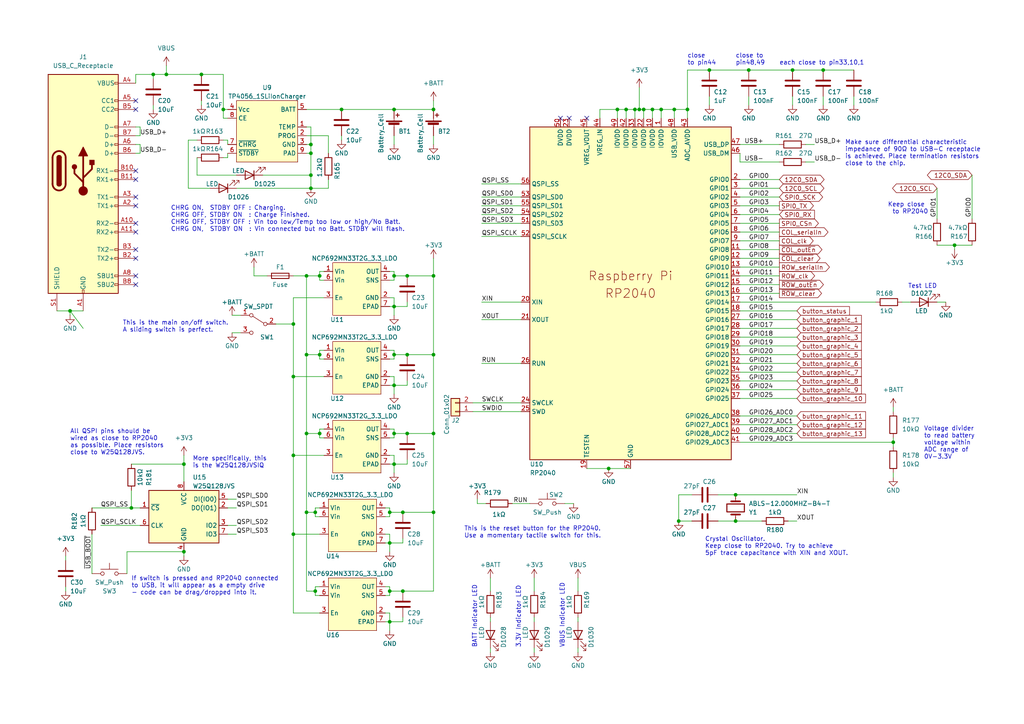
<source format=kicad_sch>
(kicad_sch (version 20211123) (generator eeschema)
  (paper "A4")
  (title_block (title "fancyGradCap_rev2") (date "2022-01-25") (rev "1") (company "Mihir Savadi") (comment 1 "Controls and Power circuitry"))
  (lib_symbols
    (symbol "Connector:USB_C_Receptacle" (pin_names (offset 1.016))
      (property "Reference" "J" (at -10.16 29.21 0))
      (property "Value" "USB_C_Receptacle" (at 10.16 29.21 0))
      (symbol "USB_C_Receptacle_1_1"
        (pin passive line (at 0 -40.64 90) (length 5.08) (name "GND") (number "A1"))
        (pin bidirectional line (at 15.24 -15.24 180) (length 5.08) (name "RX2-") (number "A10"))
        (pin bidirectional line (at 15.24 -17.78 180) (length 5.08) (name "RX2+") (number "A11"))
        (pin passive line (at 0 -40.64 90) (length 5.08) hide (name "GND") (number "A12"))
        (pin bidirectional line (at 15.24 -10.16 180) (length 5.08) (name "TX1+") (number "A2"))
        (pin bidirectional line (at 15.24 -7.62 180) (length 5.08) (name "TX1-") (number "A3"))
        (pin passive line (at 15.24 25.4 180) (length 5.08) (name "VBUS") (number "A4"))
        (pin bidirectional line (at 15.24 20.32 180) (length 5.08) (name "CC1") (number "A5"))
        (pin bidirectional line (at 15.24 7.62 180) (length 5.08) (name "D+") (number "A6"))
        (pin bidirectional line (at 15.24 12.7 180) (length 5.08) (name "D-") (number "A7"))
        (pin bidirectional line (at 15.24 -30.48 180) (length 5.08) (name "SBU1") (number "A8"))
        (pin passive line (at 15.24 25.4 180) (length 5.08) hide (name "VBUS") (number "A9"))
        (pin passive line (at 0 -40.64 90) (length 5.08) hide (name "GND") (number "B1"))
        (pin bidirectional line (at 15.24 0 180) (length 5.08) (name "RX1-") (number "B10"))
        (pin bidirectional line (at 15.24 -2.54 180) (length 5.08) (name "RX1+") (number "B11"))
        (pin passive line (at 0 -40.64 90) (length 5.08) hide (name "GND") (number "B12"))
        (pin bidirectional line (at 15.24 -25.4 180) (length 5.08) (name "TX2+") (number "B2"))
        (pin bidirectional line (at 15.24 -22.86 180) (length 5.08) (name "TX2-") (number "B3"))
        (pin passive line (at 15.24 25.4 180) (length 5.08) hide (name "VBUS") (number "B4"))
        (pin bidirectional line (at 15.24 17.78 180) (length 5.08) (name "CC2") (number "B5"))
        (pin bidirectional line (at 15.24 5.08 180) (length 5.08) (name "D+") (number "B6"))
        (pin bidirectional line (at 15.24 10.16 180) (length 5.08) (name "D-") (number "B7"))
        (pin bidirectional line (at 15.24 -33.02 180) (length 5.08) (name "SBU2") (number "B8"))
        (pin passive line (at 15.24 25.4 180) (length 5.08) hide (name "VBUS") (number "B9"))
        (pin passive line (at -7.62 -40.64 90) (length 5.08) (name "SHIELD") (number "S1"))
      )
    )
    (symbol "Connector_Generic:Conn_01x02" (pin_names (offset 1.016) hide)
      (property "Reference" "J" (at 0 2.54 0))
      (property "Value" "Conn_01x02" (at 0 -5.08 0))
      (symbol "Conn_01x02_1_1"
        (pin passive line (at -5.08 0 0) (length 3.81) (name "Pin_1") (number "1"))
        (pin passive line (at -5.08 -2.54 0) (length 3.81) (name "Pin_2") (number "2"))
      )
    )
    (symbol "Device:Battery_Cell" (pin_numbers hide) (pin_names (offset 0) hide)
      (property "Reference" "BT" (at 2.54 2.54 0))
      (property "Value" "Battery_Cell" (at 2.54 0 0))
      (symbol "Battery_Cell_1_1"
        (pin passive line (at 0 5.08 270) (length 2.54) (name "+") (number "1"))
        (pin passive line (at 0 -2.54 90) (length 2.54) (name "-") (number "2"))
      )
    )
    (symbol "Device:C" (pin_numbers hide) (pin_names (offset 0.254))
      (property "Reference" "C" (at 0.635 2.54 0))
      (property "Value" "C" (at 0.635 -2.54 0))
      (symbol "C_1_1"
        (pin passive line (at 0 3.81 270) (length 2.794) (name "~") (number "1"))
        (pin passive line (at 0 -3.81 90) (length 2.794) (name "~") (number "2"))
      )
    )
    (symbol "Device:Crystal" (pin_numbers hide) (pin_names (offset 1.016) hide)
      (property "Reference" "Y" (at 0 3.81 0))
      (property "Value" "Crystal" (at 0 -3.81 0))
      (symbol "Crystal_1_1"
        (pin passive line (at -3.81 0 0) (length 1.27) (name "1") (number "1"))
        (pin passive line (at 3.81 0 180) (length 1.27) (name "2") (number "2"))
      )
    )
    (symbol "Device:Fuse" (pin_numbers hide) (pin_names (offset 0))
      (property "Reference" "F" (at 2.032 0 90))
      (property "Value" "Fuse" (at -1.905 0 90))
      (symbol "Fuse_1_1"
        (pin passive line (at 0 3.81 270) (length 1.27) (name "~") (number "1"))
        (pin passive line (at 0 -3.81 90) (length 1.27) (name "~") (number "2"))
      )
    )
    (symbol "Device:LED" (pin_numbers hide) (pin_names (offset 1.016) hide)
      (property "Reference" "D" (at 0 2.54 0))
      (property "Value" "LED" (at 0 -2.54 0))
      (symbol "LED_1_1"
        (pin passive line (at -3.81 0 0) (length 2.54) (name "K") (number "1"))
        (pin passive line (at 3.81 0 180) (length 2.54) (name "A") (number "2"))
      )
    )
    (symbol "Device:R" (pin_numbers hide) (pin_names (offset 0))
      (property "Reference" "R" (at 2.032 0 90))
      (property "Value" "R" (at 0 0 90))
      (symbol "R_1_1"
        (pin passive line (at 0 3.81 270) (length 1.27) (name "~") (number "1"))
        (pin passive line (at 0 -3.81 90) (length 1.27) (name "~") (number "2"))
      )
    )
    (symbol "MCU_Rapsberry_Pi:RP2040"
      (property "Reference" "U" (at -29.21 49.53 0))
      (property "Value" "RP2040" (at 25.4 -49.53 0))
      (symbol "RP2040_0_0"
        (text "Raspberry Pi" (at 0 5.08 0) (effects (font (size 2.54 2.54))))
        (text "RP2040" (at 0 0 0) (effects (font (size 2.54 2.54))))
      )
      (symbol "RP2040_1_1"
        (pin power_in line (at 8.89 50.8 270) (length 2.54) (name "IOVDD") (number "1"))
        (pin power_in line (at 6.35 50.8 270) (length 2.54) (name "IOVDD") (number "10"))
        (pin bidirectional line (at 31.75 12.7 180) (length 2.54) (name "GPIO8") (number "11"))
        (pin bidirectional line (at 31.75 10.16 180) (length 2.54) (name "GPIO9") (number "12"))
        (pin bidirectional line (at 31.75 7.62 180) (length 2.54) (name "GPIO10") (number "13"))
        (pin bidirectional line (at 31.75 5.08 180) (length 2.54) (name "GPIO11") (number "14"))
        (pin bidirectional line (at 31.75 2.54 180) (length 2.54) (name "GPIO12") (number "15"))
        (pin bidirectional line (at 31.75 0 180) (length 2.54) (name "GPIO13") (number "16"))
        (pin bidirectional line (at 31.75 -2.54 180) (length 2.54) (name "GPIO14") (number "17"))
        (pin bidirectional line (at 31.75 -5.08 180) (length 2.54) (name "GPIO15") (number "18"))
        (pin passive line (at -12.7 -50.8 90) (length 2.54) (name "TESTEN") (number "19"))
        (pin bidirectional line (at 31.75 33.02 180) (length 2.54) (name "GPIO0") (number "2"))
        (pin input line (at -31.75 -2.54 0) (length 2.54) (name "XIN") (number "20"))
        (pin passive line (at -31.75 -7.62 0) (length 2.54) (name "XOUT") (number "21"))
        (pin power_in line (at 3.81 50.8 270) (length 2.54) (name "IOVDD") (number "22"))
        (pin power_in line (at -17.78 50.8 270) (length 2.54) (name "DVDD") (number "23"))
        (pin output line (at -31.75 -31.75 0) (length 2.54) (name "SWCLK") (number "24"))
        (pin bidirectional line (at -31.75 -34.29 0) (length 2.54) (name "SWD") (number "25"))
        (pin input line (at -31.75 -20.32 0) (length 2.54) (name "RUN") (number "26"))
        (pin bidirectional line (at 31.75 -7.62 180) (length 2.54) (name "GPIO16") (number "27"))
        (pin bidirectional line (at 31.75 -10.16 180) (length 2.54) (name "GPIO17") (number "28"))
        (pin bidirectional line (at 31.75 -12.7 180) (length 2.54) (name "GPIO18") (number "29"))
        (pin bidirectional line (at 31.75 30.48 180) (length 2.54) (name "GPIO1") (number "3"))
        (pin bidirectional line (at 31.75 -15.24 180) (length 2.54) (name "GPIO19") (number "30"))
        (pin bidirectional line (at 31.75 -17.78 180) (length 2.54) (name "GPIO20") (number "31"))
        (pin bidirectional line (at 31.75 -20.32 180) (length 2.54) (name "GPIO21") (number "32"))
        (pin power_in line (at 1.27 50.8 270) (length 2.54) (name "IOVDD") (number "33"))
        (pin bidirectional line (at 31.75 -22.86 180) (length 2.54) (name "GPIO22") (number "34"))
        (pin bidirectional line (at 31.75 -25.4 180) (length 2.54) (name "GPIO23") (number "35"))
        (pin bidirectional line (at 31.75 -27.94 180) (length 2.54) (name "GPIO24") (number "36"))
        (pin bidirectional line (at 31.75 -30.48 180) (length 2.54) (name "GPIO25") (number "37"))
        (pin bidirectional line (at 31.75 -35.56 180) (length 2.54) (name "GPIO26_ADC0") (number "38"))
        (pin bidirectional line (at 31.75 -38.1 180) (length 2.54) (name "GPIO27_ADC1") (number "39"))
        (pin bidirectional line (at 31.75 27.94 180) (length 2.54) (name "GPIO2") (number "4"))
        (pin bidirectional line (at 31.75 -40.64 180) (length 2.54) (name "GPIO28_ADC2") (number "40"))
        (pin bidirectional line (at 31.75 -43.18 180) (length 2.54) (name "GPIO29_ADC3") (number "41"))
        (pin power_in line (at -1.27 50.8 270) (length 2.54) (name "IOVDD") (number "42"))
        (pin power_in line (at 16.51 50.8 270) (length 2.54) (name "ADC_AVDD") (number "43"))
        (pin power_in line (at -8.89 50.8 270) (length 2.54) (name "VREG_IN") (number "44"))
        (pin power_out line (at -12.7 50.8 270) (length 2.54) (name "VREG_VOUT") (number "45"))
        (pin bidirectional line (at 31.75 40.64 180) (length 2.54) (name "USB_DM") (number "46"))
        (pin bidirectional line (at 31.75 43.18 180) (length 2.54) (name "USB_DP") (number "47"))
        (pin power_in line (at 12.7 50.8 270) (length 2.54) (name "USB_VDD") (number "48"))
        (pin power_in line (at -3.81 50.8 270) (length 2.54) (name "IOVDD") (number "49"))
        (pin bidirectional line (at 31.75 25.4 180) (length 2.54) (name "GPIO3") (number "5"))
        (pin power_in line (at -20.32 50.8 270) (length 2.54) (name "DVDD") (number "50"))
        (pin bidirectional line (at -31.75 20.32 0) (length 2.54) (name "QSPI_SD3") (number "51"))
        (pin output line (at -31.75 16.51 0) (length 2.54) (name "QSPI_SCLK") (number "52"))
        (pin bidirectional line (at -31.75 27.94 0) (length 2.54) (name "QSPI_SD0") (number "53"))
        (pin bidirectional line (at -31.75 22.86 0) (length 2.54) (name "QSPI_SD2") (number "54"))
        (pin bidirectional line (at -31.75 25.4 0) (length 2.54) (name "QSPI_SD1") (number "55"))
        (pin bidirectional line (at -31.75 31.75 0) (length 2.54) (name "QSPI_SS") (number "56"))
        (pin power_in line (at 0 -50.8 90) (length 2.54) (name "GND") (number "57"))
        (pin bidirectional line (at 31.75 22.86 180) (length 2.54) (name "GPIO4") (number "6"))
        (pin bidirectional line (at 31.75 20.32 180) (length 2.54) (name "GPIO5") (number "7"))
        (pin bidirectional line (at 31.75 17.78 180) (length 2.54) (name "GPIO6") (number "8"))
        (pin bidirectional line (at 31.75 15.24 180) (length 2.54) (name "GPIO7") (number "9"))
      )
    )
    (symbol "Memory_Flash:W25Q128JVS"
      (property "Reference" "U" (at -8.89 8.89 0))
      (property "Value" "W25Q128JVS" (at 7.62 8.89 0))
      (symbol "W25Q128JVS_1_1"
        (pin input line (at -12.7 2.54 0) (length 2.54) (name "~{CS}") (number "1"))
        (pin bidirectional line (at 12.7 2.54 180) (length 2.54) (name "DO(IO1)") (number "2"))
        (pin bidirectional line (at 12.7 -2.54 180) (length 2.54) (name "IO2") (number "3"))
        (pin power_in line (at 0 -10.16 90) (length 2.54) (name "GND") (number "4"))
        (pin bidirectional line (at 12.7 5.08 180) (length 2.54) (name "DI(IO0)") (number "5"))
        (pin input line (at -12.7 -2.54 0) (length 2.54) (name "CLK") (number "6"))
        (pin bidirectional line (at 12.7 -5.08 180) (length 2.54) (name "IO3") (number "7"))
        (pin power_in line (at 0 10.16 270) (length 2.54) (name "VCC") (number "8"))
      )
    )
    (symbol "Switch:SW_Push" (pin_numbers hide) (pin_names (offset 1.016) hide)
      (property "Reference" "SW" (at 1.27 2.54 0))
      (property "Value" "SW_Push" (at 0 -1.524 0))
      (symbol "SW_Push_0_1"
        (pin passive line (at -5.08 0 0) (length 2.54) (name "1") (number "1"))
        (pin passive line (at 5.08 0 180) (length 2.54) (name "2") (number "2"))
      )
    )
    (symbol "Switch:SW_SPDT" (pin_names (offset 0) hide)
      (property "Reference" "SW" (at 0 4.318 0))
      (property "Value" "SW_SPDT" (at 0 -5.08 0))
      (symbol "SW_SPDT_1_1"
        (pin passive line (at 5.08 2.54 180) (length 2.54) (name "A") (number "1"))
        (pin passive line (at -5.08 0 0) (length 2.54) (name "B") (number "2"))
        (pin passive line (at 5.08 -2.54 180) (length 2.54) (name "C") (number "3"))
      )
    )
    (symbol "power:+3.3V" (power) (pin_names (offset 0))
      (property "Value" "+3.3V" (at 0 3.556 0))
      (symbol "+3.3V_1_1"
        (pin power_in line (at 0 0 90) (length 0) hide (name "+3V3") (number "1"))
      )
    )
    (symbol "power:+BATT" (power) (pin_names (offset 0))
      (property "Value" "+BATT" (at 0 3.556 0))
      (symbol "+BATT_1_1"
        (pin power_in line (at 0 0 90) (length 0) hide (name "+BATT") (number "1"))
      )
    )
    (symbol "power:GND" (power) (pin_names (offset 0))
      (property "Value" "GND" (at 0 -3.81 0))
      (symbol "GND_1_1"
        (pin power_in line (at 0 0 270) (length 0) hide (name "GND") (number "1"))
      )
    )
    (symbol "power:VBUS" (power) (pin_names (offset 0))
      (property "Value" "VBUS" (at 0 3.81 0))
      (symbol "VBUS_1_1"
        (pin power_in line (at 0 0 90) (length 0) hide (name "VBUS") (number "1"))
      )
    )
    (symbol "variousIC:NCP692MN33T2G_3.3_LDO"
      (property "Reference" "U" (at -7.62 -2.54 0))
      (property "Value" "NCP692MN33T2G_3.3_LDO" (at -2.54 15.24 0))
      (symbol "NCP692MN33T2G_3.3_LDO_1_1"
        (pin power_in line (at -11.43 11.43 0) (length 2.54) (name "Vin") (number "1"))
        (pin output line (at 7.62 3.81 180) (length 2.54) (name "GND") (number "2"))
        (pin input line (at -11.43 3.81 0) (length 2.54) (name "En") (number "3"))
        (pin power_out line (at 7.62 11.43 180) (length 2.54) (name "OUT") (number "4"))
        (pin input line (at 7.62 8.89 180) (length 2.54) (name "SNS") (number "5"))
        (pin power_in line (at -11.43 8.89 0) (length 2.54) (name "Vin") (number "6"))
        (pin output line (at 7.62 1.27 180) (length 2.54) (name "EPAD") (number "7"))
      )
    )
    (symbol "variousIC:TP4056_1SLiIonCharger"
      (property "Reference" "U" (at 0 1.27 0))
      (property "Value" "TP4056_1SLiIonCharger" (at 7.62 21.59 0))
      (symbol "TP4056_1SLiIonCharger_1_1"
        (pin input line (at 19.05 12.7 180) (length 2.54) (name "TEMP") (number "1"))
        (pin bidirectional line (at 19.05 10.16 180) (length 2.54) (name "PROG") (number "2"))
        (pin power_out line (at 19.05 7.62 180) (length 2.54) (name "GND") (number "3"))
        (pin power_in line (at -3.81 17.78 0) (length 2.54) (name "Vcc") (number "4"))
        (pin power_out line (at 19.05 17.78 180) (length 2.54) (name "BATT") (number "5"))
        (pin output line (at -3.81 5.08 0) (length 2.54) (name "~{STDBY}") (number "6"))
        (pin output line (at -3.81 7.62 0) (length 2.54) (name "~{CHRG}") (number "7"))
        (pin input line (at -3.81 15.24 0) (length 2.54) (name "CE") (number "8"))
        (pin power_out line (at 19.05 5.08 180) (length 2.54) (name "PAD") (number "9"))
      )
    )
  )
  (junction (at 205.74 20.32))
  (junction (at 88.9 148.59))
  (junction (at 90.17 54.61))
  (junction (at 116.84 171.45))
  (junction (at 118.11 80.01))
  (junction (at 185.42 31.75))
  (junction (at 125.73 31.75))
  (junction (at 38.1 147.32))
  (junction (at 92.71 102.87))
  (junction (at 199.39 31.75))
  (junction (at 64.77 31.75))
  (junction (at 217.17 20.32))
  (junction (at 114.3 88.9))
  (junction (at 113.03 148.59))
  (junction (at 20.32 90.17))
  (junction (at 85.09 132.08))
  (junction (at 85.09 93.98))
  (junction (at 113.03 157.48))
  (junction (at 116.84 148.59))
  (junction (at 259.08 128.27))
  (junction (at 186.69 31.75))
  (junction (at 58.42 21.59))
  (junction (at 229.87 20.32))
  (junction (at 114.3 111.76))
  (junction (at 91.44 148.59))
  (junction (at 125.73 125.73))
  (junction (at 184.15 31.75))
  (junction (at 125.73 148.59))
  (junction (at 118.11 102.87))
  (junction (at 85.09 154.94))
  (junction (at 114.3 134.62))
  (junction (at 195.58 31.75))
  (junction (at 189.23 31.75))
  (junction (at 91.44 171.45))
  (junction (at 191.77 31.75))
  (junction (at 125.73 80.01))
  (junction (at 114.3 125.73))
  (junction (at 92.71 125.73))
  (junction (at 114.3 80.01))
  (junction (at 113.03 180.34))
  (junction (at 53.34 134.62))
  (junction (at 48.26 21.59))
  (junction (at 92.71 80.01))
  (junction (at 88.9 80.01))
  (junction (at 196.85 151.13))
  (junction (at 88.9 125.73))
  (junction (at 125.73 102.87))
  (junction (at 44.45 21.59))
  (junction (at 90.17 44.45))
  (junction (at 118.11 125.73))
  (junction (at 238.76 20.32))
  (junction (at 88.9 102.87))
  (junction (at 113.03 171.45))
  (junction (at 114.3 31.75))
  (junction (at 90.17 41.91))
  (junction (at 176.53 135.89))
  (junction (at 90.17 50.8))
  (junction (at 213.36 151.13))
  (junction (at 85.09 109.22))
  (junction (at 181.61 31.75))
  (junction (at 179.07 31.75))
  (junction (at 53.34 160.02))
  (junction (at 276.86 71.12))
  (junction (at 99.06 31.75))
  (junction (at 114.3 102.87))
  (junction (at 213.36 143.51))
  (no_connect (at 162.56 34.29))
  (no_connect (at 170.18 34.29))
  (no_connect (at 165.1 34.29))
  (no_connect (at 39.37 59.69))
  (no_connect (at 39.37 64.77))
  (no_connect (at 39.37 82.55))
  (no_connect (at 39.37 67.31))
  (no_connect (at 39.37 72.39))
  (no_connect (at 39.37 74.93))
  (no_connect (at 39.37 80.01))
  (no_connect (at 39.37 29.21))
  (no_connect (at 39.37 31.75))
  (no_connect (at 39.37 49.53))
  (no_connect (at 39.37 52.07))
  (no_connect (at 39.37 57.15))
  (wire (pts (xy 214.63 125.73) (xy 231.14 125.73)))
  (wire (pts (xy 66.04 154.94) (xy 68.58 154.94)))
  (wire (pts (xy 64.77 40.64) (xy 66.04 40.64)))
  (wire (pts (xy 113.03 157.48) (xy 116.84 157.48)))
  (wire (pts (xy 214.63 85.09) (xy 226.06 85.09)))
  (wire (pts (xy 214.63 77.47) (xy 226.06 77.47)))
  (wire (pts (xy 118.11 80.01) (xy 125.73 80.01)))
  (wire (pts (xy 139.7 57.15) (xy 151.13 57.15)))
  (wire (pts (xy 142.24 187.96) (xy 142.24 189.23)))
  (wire (pts (xy 93.98 78.74) (xy 92.71 78.74)))
  (wire (pts (xy 93.98 101.6) (xy 92.71 101.6)))
  (wire (pts (xy 85.09 80.01) (xy 88.9 80.01)))
  (wire (pts (xy 113.03 157.48) (xy 113.03 160.02)))
  (wire (pts (xy 184.15 31.75) (xy 185.42 31.75)))
  (wire (pts (xy 214.63 80.01) (xy 226.06 80.01)))
  (wire (pts (xy 88.9 80.01) (xy 88.9 102.87)))
  (wire (pts (xy 114.3 102.87) (xy 114.3 101.6)))
  (wire (pts (xy 199.39 31.75) (xy 199.39 34.29)))
  (wire (pts (xy 114.3 102.87) (xy 118.11 102.87)))
  (wire (pts (xy 214.63 100.33) (xy 231.14 100.33)))
  (wire (pts (xy 125.73 80.01) (xy 125.73 74.93)))
  (wire (pts (xy 66.04 147.32) (xy 68.58 147.32)))
  (wire (pts (xy 111.76 180.34) (xy 113.03 180.34)))
  (wire (pts (xy 271.78 63.5) (xy 271.78 54.61)))
  (wire (pts (xy 88.9 125.73) (xy 88.9 148.59)))
  (wire (pts (xy 66.04 144.78) (xy 68.58 144.78)))
  (wire (pts (xy 238.76 20.32) (xy 247.65 20.32)))
  (wire (pts (xy 208.28 151.13) (xy 213.36 151.13)))
  (wire (pts (xy 138.43 146.05) (xy 138.43 144.78)))
  (wire (pts (xy 53.34 134.62) (xy 53.34 139.7)))
  (wire (pts (xy 64.77 31.75) (xy 66.04 31.75)))
  (wire (pts (xy 214.63 128.27) (xy 259.08 128.27)))
  (wire (pts (xy 186.69 31.75) (xy 186.69 34.29)))
  (wire (pts (xy 85.09 109.22) (xy 85.09 132.08)))
  (wire (pts (xy 39.37 21.59) (xy 44.45 21.59)))
  (wire (pts (xy 214.63 102.87) (xy 231.14 102.87)))
  (wire (pts (xy 114.3 80.01) (xy 114.3 78.74)))
  (wire (pts (xy 114.3 101.6) (xy 113.03 101.6)))
  (wire (pts (xy 95.25 39.37) (xy 95.25 44.45)))
  (wire (pts (xy 88.9 44.45) (xy 90.17 44.45)))
  (wire (pts (xy 88.9 31.75) (xy 99.06 31.75)))
  (wire (pts (xy 184.15 31.75) (xy 184.15 34.29)))
  (wire (pts (xy 111.76 177.8) (xy 113.03 177.8)))
  (wire (pts (xy 139.7 53.34) (xy 151.13 53.34)))
  (wire (pts (xy 38.1 147.32) (xy 40.64 147.32)))
  (wire (pts (xy 91.44 172.72) (xy 92.71 172.72)))
  (wire (pts (xy 113.03 132.08) (xy 114.3 132.08)))
  (wire (pts (xy 91.44 171.45) (xy 88.9 171.45)))
  (wire (pts (xy 214.63 90.17) (xy 231.14 90.17)))
  (wire (pts (xy 142.24 179.07) (xy 142.24 180.34)))
  (wire (pts (xy 153.67 146.05) (xy 148.59 146.05)))
  (wire (pts (xy 214.63 97.79) (xy 231.14 97.79)))
  (wire (pts (xy 200.66 143.51) (xy 196.85 143.51)))
  (wire (pts (xy 214.63 115.57) (xy 231.14 115.57)))
  (wire (pts (xy 114.3 104.14) (xy 114.3 102.87)))
  (wire (pts (xy 40.64 36.83) (xy 40.64 39.37)))
  (wire (pts (xy 229.87 27.94) (xy 229.87 30.48)))
  (wire (pts (xy 91.44 147.32) (xy 91.44 148.59)))
  (wire (pts (xy 40.64 41.91) (xy 40.64 44.45)))
  (wire (pts (xy 40.64 39.37) (xy 39.37 39.37)))
  (wire (pts (xy 114.3 81.28) (xy 114.3 80.01)))
  (wire (pts (xy 113.03 180.34) (xy 113.03 182.88)))
  (wire (pts (xy 176.53 135.89) (xy 182.88 135.89)))
  (wire (pts (xy 90.17 41.91) (xy 90.17 44.45)))
  (wire (pts (xy 214.63 41.91) (xy 226.06 41.91)))
  (wire (pts (xy 228.6 151.13) (xy 231.14 151.13)))
  (wire (pts (xy 214.63 92.71) (xy 231.14 92.71)))
  (wire (pts (xy 139.7 105.41) (xy 151.13 105.41)))
  (wire (pts (xy 92.71 104.14) (xy 93.98 104.14)))
  (wire (pts (xy 208.28 143.51) (xy 213.36 143.51)))
  (wire (pts (xy 217.17 20.32) (xy 229.87 20.32)))
  (wire (pts (xy 44.45 21.59) (xy 44.45 22.86)))
  (wire (pts (xy 139.7 64.77) (xy 151.13 64.77)))
  (wire (pts (xy 116.84 179.07) (xy 116.84 180.34)))
  (wire (pts (xy 114.3 134.62) (xy 114.3 132.08)))
  (wire (pts (xy 142.24 167.64) (xy 142.24 171.45)))
  (wire (pts (xy 173.99 34.29) (xy 173.99 31.75)))
  (wire (pts (xy 114.3 88.9) (xy 114.3 86.36)))
  (wire (pts (xy 125.73 148.59) (xy 125.73 125.73)))
  (wire (pts (xy 114.3 127) (xy 114.3 125.73)))
  (wire (pts (xy 113.03 134.62) (xy 114.3 134.62)))
  (wire (pts (xy 137.16 116.84) (xy 151.13 116.84)))
  (wire (pts (xy 229.87 20.32) (xy 238.76 20.32)))
  (wire (pts (xy 90.17 50.8) (xy 90.17 54.61)))
  (wire (pts (xy 92.71 78.74) (xy 92.71 80.01)))
  (wire (pts (xy 113.03 127) (xy 114.3 127)))
  (wire (pts (xy 113.03 180.34) (xy 113.03 177.8)))
  (wire (pts (xy 163.83 146.05) (xy 166.37 146.05)))
  (wire (pts (xy 91.44 171.45) (xy 91.44 172.72)))
  (wire (pts (xy 118.11 87.63) (xy 118.11 88.9)))
  (wire (pts (xy 114.3 111.76) (xy 114.3 114.3)))
  (wire (pts (xy 90.17 54.61) (xy 95.25 54.61)))
  (wire (pts (xy 48.26 19.05) (xy 48.26 21.59)))
  (wire (pts (xy 214.63 87.63) (xy 254 87.63)))
  (wire (pts (xy 88.9 41.91) (xy 90.17 41.91)))
  (wire (pts (xy 92.71 80.01) (xy 88.9 80.01)))
  (wire (pts (xy 213.36 143.51) (xy 231.14 143.51)))
  (wire (pts (xy 26.67 154.94) (xy 26.67 166.37)))
  (wire (pts (xy 167.64 187.96) (xy 167.64 189.23)))
  (wire (pts (xy 276.86 71.12) (xy 271.78 71.12)))
  (wire (pts (xy 139.7 87.63) (xy 151.13 87.63)))
  (wire (pts (xy 92.71 102.87) (xy 92.71 104.14)))
  (wire (pts (xy 259.08 137.16) (xy 259.08 138.43)))
  (wire (pts (xy 111.76 149.86) (xy 113.03 149.86)))
  (wire (pts (xy 69.85 96.52) (xy 67.31 96.52)))
  (wire (pts (xy 91.44 148.59) (xy 91.44 149.86)))
  (wire (pts (xy 214.63 59.69) (xy 226.06 59.69)))
  (wire (pts (xy 213.36 151.13) (xy 220.98 151.13)))
  (wire (pts (xy 189.23 31.75) (xy 189.23 34.29)))
  (wire (pts (xy 20.32 90.17) (xy 24.13 95.25)))
  (wire (pts (xy 154.94 187.96) (xy 154.94 189.23)))
  (wire (pts (xy 91.44 149.86) (xy 92.71 149.86)))
  (wire (pts (xy 189.23 31.75) (xy 191.77 31.75)))
  (wire (pts (xy 19.05 161.29) (xy 19.05 162.56)))
  (wire (pts (xy 214.63 120.65) (xy 231.14 120.65)))
  (wire (pts (xy 44.45 30.48) (xy 44.45 31.75)))
  (wire (pts (xy 92.71 147.32) (xy 91.44 147.32)))
  (wire (pts (xy 118.11 102.87) (xy 125.73 102.87)))
  (wire (pts (xy 26.67 147.32) (xy 38.1 147.32)))
  (wire (pts (xy 214.63 52.07) (xy 226.06 52.07)))
  (wire (pts (xy 113.03 180.34) (xy 116.84 180.34)))
  (wire (pts (xy 38.1 134.62) (xy 53.34 134.62)))
  (wire (pts (xy 214.63 82.55) (xy 226.06 82.55)))
  (wire (pts (xy 214.63 54.61) (xy 226.06 54.61)))
  (wire (pts (xy 214.63 69.85) (xy 226.06 69.85)))
  (wire (pts (xy 91.44 148.59) (xy 88.9 148.59)))
  (wire (pts (xy 54.61 54.61) (xy 54.61 40.64)))
  (wire (pts (xy 113.03 148.59) (xy 116.84 148.59)))
  (wire (pts (xy 214.63 113.03) (xy 231.14 113.03)))
  (wire (pts (xy 205.74 20.32) (xy 199.39 20.32)))
  (wire (pts (xy 111.76 157.48) (xy 113.03 157.48)))
  (wire (pts (xy 19.05 170.18) (xy 19.05 171.45)))
  (wire (pts (xy 88.9 36.83) (xy 90.17 36.83)))
  (wire (pts (xy 114.3 31.75) (xy 125.73 31.75)))
  (wire (pts (xy 90.17 36.83) (xy 90.17 41.91)))
  (wire (pts (xy 66.04 152.4) (xy 68.58 152.4)))
  (wire (pts (xy 214.63 57.15) (xy 226.06 57.15)))
  (wire (pts (xy 179.07 31.75) (xy 181.61 31.75)))
  (wire (pts (xy 114.3 125.73) (xy 114.3 124.46)))
  (wire (pts (xy 77.47 80.01) (xy 73.66 80.01)))
  (wire (pts (xy 271.78 87.63) (xy 274.32 87.63)))
  (wire (pts (xy 137.16 119.38) (xy 151.13 119.38)))
  (wire (pts (xy 92.71 154.94) (xy 85.09 154.94)))
  (wire (pts (xy 125.73 29.21) (xy 125.73 31.75)))
  (wire (pts (xy 111.76 154.94) (xy 113.03 154.94)))
  (wire (pts (xy 238.76 27.94) (xy 238.76 30.48)))
  (wire (pts (xy 214.63 95.25) (xy 231.14 95.25)))
  (wire (pts (xy 113.03 147.32) (xy 111.76 147.32)))
  (wire (pts (xy 140.97 146.05) (xy 138.43 146.05)))
  (wire (pts (xy 214.63 44.45) (xy 214.63 46.99)))
  (wire (pts (xy 85.09 109.22) (xy 93.98 109.22)))
  (wire (pts (xy 88.9 39.37) (xy 95.25 39.37)))
  (wire (pts (xy 199.39 20.32) (xy 199.39 31.75)))
  (wire (pts (xy 54.61 40.64) (xy 57.15 40.64)))
  (wire (pts (xy 39.37 21.59) (xy 39.37 24.13)))
  (wire (pts (xy 113.03 148.59) (xy 113.03 147.32)))
  (wire (pts (xy 205.74 27.94) (xy 205.74 30.48)))
  (wire (pts (xy 38.1 142.24) (xy 38.1 147.32)))
  (wire (pts (xy 48.26 21.59) (xy 58.42 21.59)))
  (wire (pts (xy 205.74 20.32) (xy 217.17 20.32)))
  (wire (pts (xy 261.62 87.63) (xy 264.16 87.63)))
  (wire (pts (xy 92.71 125.73) (xy 88.9 125.73)))
  (wire (pts (xy 113.03 111.76) (xy 114.3 111.76)))
  (wire (pts (xy 99.06 31.75) (xy 114.3 31.75)))
  (wire (pts (xy 139.7 59.69) (xy 151.13 59.69)))
  (wire (pts (xy 92.71 127) (xy 93.98 127)))
  (wire (pts (xy 118.11 110.49) (xy 118.11 111.76)))
  (wire (pts (xy 88.9 102.87) (xy 88.9 125.73)))
  (wire (pts (xy 167.64 179.07) (xy 167.64 180.34)))
  (wire (pts (xy 114.3 88.9) (xy 118.11 88.9)))
  (wire (pts (xy 281.94 63.5) (xy 281.94 50.8)))
  (wire (pts (xy 40.64 44.45) (xy 39.37 44.45)))
  (wire (pts (xy 181.61 31.75) (xy 184.15 31.75)))
  (wire (pts (xy 64.77 45.72) (xy 66.04 45.72)))
  (wire (pts (xy 91.44 170.18) (xy 91.44 171.45)))
  (wire (pts (xy 99.06 39.37) (xy 99.06 40.64)))
  (wire (pts (xy 92.71 125.73) (xy 92.71 127)))
  (wire (pts (xy 85.09 154.94) (xy 85.09 132.08)))
  (wire (pts (xy 39.37 41.91) (xy 40.64 41.91)))
  (wire (pts (xy 186.69 31.75) (xy 189.23 31.75)))
  (wire (pts (xy 113.03 171.45) (xy 116.84 171.45)))
  (wire (pts (xy 114.3 111.76) (xy 118.11 111.76)))
  (wire (pts (xy 247.65 27.94) (xy 247.65 30.48)))
  (wire (pts (xy 85.09 177.8) (xy 85.09 154.94)))
  (wire (pts (xy 191.77 31.75) (xy 191.77 34.29)))
  (wire (pts (xy 53.34 160.02) (xy 53.34 161.29)))
  (wire (pts (xy 114.3 39.37) (xy 114.3 41.91)))
  (wire (pts (xy 20.32 90.17) (xy 16.51 90.17)))
  (wire (pts (xy 214.63 46.99) (xy 226.06 46.99)))
  (wire (pts (xy 29.21 152.4) (xy 40.64 152.4)))
  (wire (pts (xy 92.71 81.28) (xy 93.98 81.28)))
  (wire (pts (xy 217.17 27.94) (xy 217.17 30.48)))
  (wire (pts (xy 281.94 71.12) (xy 276.86 71.12)))
  (wire (pts (xy 85.09 93.98) (xy 85.09 109.22)))
  (wire (pts (xy 154.94 179.07) (xy 154.94 180.34)))
  (wire (pts (xy 259.08 118.11) (xy 259.08 119.38)))
  (wire (pts (xy 259.08 127) (xy 259.08 128.27)))
  (wire (pts (xy 167.64 167.64) (xy 167.64 171.45)))
  (wire (pts (xy 191.77 31.75) (xy 195.58 31.75)))
  (wire (pts (xy 88.9 148.59) (xy 88.9 171.45)))
  (wire (pts (xy 85.09 86.36) (xy 93.98 86.36)))
  (wire (pts (xy 60.96 54.61) (xy 54.61 54.61)))
  (wire (pts (xy 195.58 31.75) (xy 199.39 31.75)))
  (wire (pts (xy 214.63 123.19) (xy 231.14 123.19)))
  (wire (pts (xy 114.3 134.62) (xy 118.11 134.62)))
  (wire (pts (xy 233.68 46.99) (xy 236.22 46.99)))
  (wire (pts (xy 85.09 132.08) (xy 93.98 132.08)))
  (wire (pts (xy 259.08 128.27) (xy 259.08 129.54)))
  (wire (pts (xy 53.34 160.02) (xy 36.83 160.02)))
  (wire (pts (xy 118.11 125.73) (xy 125.73 125.73)))
  (wire (pts (xy 233.68 41.91) (xy 236.22 41.91)))
  (wire (pts (xy 114.3 125.73) (xy 118.11 125.73)))
  (wire (pts (xy 90.17 44.45) (xy 90.17 50.8)))
  (wire (pts (xy 196.85 143.51) (xy 196.85 151.13)))
  (wire (pts (xy 113.03 104.14) (xy 114.3 104.14)))
  (wire (pts (xy 20.32 90.17) (xy 20.32 91.44)))
  (wire (pts (xy 93.98 124.46) (xy 92.71 124.46)))
  (wire (pts (xy 125.73 171.45) (xy 125.73 148.59)))
  (wire (pts (xy 113.03 157.48) (xy 113.03 154.94)))
  (wire (pts (xy 58.42 29.21) (xy 58.42 30.48)))
  (wire (pts (xy 116.84 171.45) (xy 125.73 171.45)))
  (wire (pts (xy 114.3 88.9) (xy 114.3 91.44)))
  (wire (pts (xy 95.25 54.61) (xy 95.25 52.07)))
  (wire (pts (xy 113.03 171.45) (xy 113.03 170.18)))
  (wire (pts (xy 92.71 124.46) (xy 92.71 125.73)))
  (wire (pts (xy 64.77 34.29) (xy 64.77 31.75)))
  (wire (pts (xy 214.63 105.41) (xy 231.14 105.41)))
  (wire (pts (xy 66.04 44.45) (xy 66.04 45.72)))
  (wire (pts (xy 139.7 68.58) (xy 151.13 68.58)))
  (wire (pts (xy 92.71 177.8) (xy 85.09 177.8)))
  (wire (pts (xy 154.94 167.64) (xy 154.94 171.45)))
  (wire (pts (xy 214.63 67.31) (xy 226.06 67.31)))
  (wire (pts (xy 113.03 170.18) (xy 111.76 170.18)))
  (wire (pts (xy 114.3 111.76) (xy 114.3 109.22)))
  (wire (pts (xy 57.15 45.72) (xy 57.15 50.8)))
  (wire (pts (xy 276.86 72.39) (xy 276.86 71.12)))
  (wire (pts (xy 66.04 34.29) (xy 64.77 34.29)))
  (wire (pts (xy 88.9 102.87) (xy 92.71 102.87)))
  (wire (pts (xy 114.3 78.74) (xy 113.03 78.74)))
  (wire (pts (xy 113.03 172.72) (xy 113.03 171.45)))
  (wire (pts (xy 116.84 148.59) (xy 125.73 148.59)))
  (wire (pts (xy 139.7 92.71) (xy 151.13 92.71)))
  (wire (pts (xy 113.03 81.28) (xy 114.3 81.28)))
  (wire (pts (xy 125.73 39.37) (xy 125.73 41.91)))
  (wire (pts (xy 113.03 86.36) (xy 114.3 86.36)))
  (wire (pts (xy 92.71 170.18) (xy 91.44 170.18)))
  (wire (pts (xy 114.3 80.01) (xy 118.11 80.01)))
  (wire (pts (xy 64.77 21.59) (xy 64.77 31.75)))
  (wire (pts (xy 76.2 50.8) (xy 90.17 50.8)))
  (wire (pts (xy 118.11 133.35) (xy 118.11 134.62)))
  (wire (pts (xy 214.63 74.93) (xy 226.06 74.93)))
  (wire (pts (xy 36.83 160.02) (xy 36.83 166.37)))
  (wire (pts (xy 20.32 90.17) (xy 24.13 90.17)))
  (wire (pts (xy 113.03 88.9) (xy 114.3 88.9)))
  (wire (pts (xy 114.3 134.62) (xy 114.3 137.16)))
  (wire (pts (xy 214.63 107.95) (xy 231.14 107.95)))
  (wire (pts (xy 170.18 135.89) (xy 176.53 135.89)))
  (wire (pts (xy 173.99 31.75) (xy 179.07 31.75)))
  (wire (pts (xy 92.71 80.01) (xy 92.71 81.28)))
  (wire (pts (xy 66.04 40.64) (xy 66.04 41.91)))
  (wire (pts (xy 111.76 172.72) (xy 113.03 172.72)))
  (wire (pts (xy 214.63 64.77) (xy 226.06 64.77)))
  (wire (pts (xy 92.71 101.6) (xy 92.71 102.87)))
  (wire (pts (xy 73.66 80.01) (xy 73.66 77.47)))
  (wire (pts (xy 67.31 91.44) (xy 69.85 91.44)))
  (wire (pts (xy 214.63 72.39) (xy 226.06 72.39)))
  (wire (pts (xy 125.73 125.73) (xy 125.73 102.87)))
  (wire (pts (xy 44.45 21.59) (xy 48.26 21.59)))
  (wire (pts (xy 139.7 62.23) (xy 151.13 62.23)))
  (wire (pts (xy 39.37 36.83) (xy 40.64 36.83)))
  (wire (pts (xy 53.34 132.08) (xy 53.34 134.62)))
  (wire (pts (xy 214.63 62.23) (xy 226.06 62.23)))
  (wire (pts (xy 179.07 31.75) (xy 179.07 34.29)))
  (wire (pts (xy 58.42 21.59) (xy 64.77 21.59)))
  (wire (pts (xy 181.61 31.75) (xy 181.61 34.29)))
  (wire (pts (xy 185.42 25.4) (xy 185.42 31.75)))
  (wire (pts (xy 116.84 156.21) (xy 116.84 157.48)))
  (wire (pts (xy 68.58 54.61) (xy 90.17 54.61)))
  (wire (pts (xy 196.85 151.13) (xy 200.66 151.13)))
  (wire (pts (xy 113.03 149.86) (xy 113.03 148.59)))
  (wire (pts (xy 85.09 93.98) (xy 85.09 86.36)))
  (wire (pts (xy 57.15 50.8) (xy 68.58 50.8)))
  (wire (pts (xy 185.42 31.75) (xy 186.69 31.75)))
  (wire (pts (xy 214.63 110.49) (xy 231.14 110.49)))
  (wire (pts (xy 80.01 93.98) (xy 85.09 93.98)))
  (wire (pts (xy 125.73 102.87) (xy 125.73 80.01)))
  (wire (pts (xy 195.58 31.75) (xy 195.58 34.29)))
  (wire (pts (xy 113.03 109.22) (xy 114.3 109.22)))
  (wire (pts (xy 114.3 124.46) (xy 113.03 124.46)))
  (text "Voltage divider\nto read battery\nvoltage within\nADC range of \n0V-3.3V" (at 267.97 133.35 0) (effects (font (size 1.27 1.27)) (justify left bottom)))
  (text "Test LED" (at 271.78 83.82 180) (effects (font (size 1.27 1.27)) (justify right bottom)))
  (text "BATT Indicator LED" (at 138.43 187.96 90) (effects (font (size 1.27 1.27)) (justify left bottom)))
  (text "Crystal Oscillator.\nKeep close to RP2040. Try to achieve \n5pF trace capacitance with XIN and XOUT." (at 204.47 161.29 0) (effects (font (size 1.27 1.27)) (justify left bottom)))
  (text "Keep close \nto RP2040" (at 269.24 62.23 180) (effects (font (size 1.27 1.27)) (justify right bottom)))
  (text "close \nto pin44" (at 199.39 19.05 0) (effects (font (size 1.27 1.27)) (justify left bottom)))
  (text "Make sure differential characteristic\nimpedance of 90Ω to USB-C receptacle \nis achieved. Place termination resistors\nclose to the chip." (at 245.11 48.26 0) (effects (font (size 1.27 1.27)) (justify left bottom)))
  (text "All QSPI pins should be\nwired as close to RP2040 \nas possible. Place resistors \nclose to W25Q128JVS." (at 20.32 132.08 0) (effects (font (size 1.27 1.27)) (justify left bottom)))
  (text "This is the reset button for the RP2040.\nUse a momentary tactile switch for this." (at 134.62 156.21 0) (effects (font (size 1.27 1.27)) (justify left bottom)))
  (text "More specifically, this \nis the W25Q128JVSIQ" (at 55.88 135.89 0) (effects (font (size 1.27 1.27)) (justify left bottom)))
  (text "If switch is pressed and RP2040 connected\nto USB, it will appear as a empty drive \n- code can be drag/dropped into it." (at 38.1 172.72 0) (effects (font (size 1.27 1.27)) (justify left bottom)))
  (text "CHRG ON,  STDBY OFF : Charging.\nCHRG OFF, STDBY ON  : Charge Finished.\nCHRG OFF, STDBY OFF : Vin too low/Temp too low or high/No Batt.\nCHRG ON,  STDBY ON  : Vin connected but no Batt. STDBY will flash." (at 49.53 67.31 0) (effects (font (size 1.27 1.27)) (justify left bottom)))
  (text "3.3V Indicator LED" (at 151.13 187.96 90) (effects (font (size 1.27 1.27)) (justify left bottom)))
  (text "each close to pin33,10,1" (at 226.06 19.05 0) (effects (font (size 1.27 1.27)) (justify left bottom)))
  (text "This is the main on/off switch.\nA sliding switch is perfect." (at 35.56 96.52 0) (effects (font (size 1.27 1.27)) (justify left bottom)))
  (text "close to\npin48,49" (at 213.36 19.05 0) (effects (font (size 1.27 1.27)) (justify left bottom)))
  (text "VBUS Indicator LED" (at 163.83 187.96 90) (effects (font (size 1.27 1.27)) (justify left bottom)))
  (label "GPIO25" (at 217.17 115.57 0))
  (label "GPIO16" (at 217.17 92.71 0))
  (label "GPIO15" (at 217.17 90.17 0))
  (label "XOUT" (at 139.7 92.71 0))
  (label "QSPI_SS" (at 139.7 53.34 0))
  (label "QSPI_SS" (at 29.21 147.32 0))
  (label "GPIO13" (at 217.17 85.09 0))
  (label "GPIO1" (at 271.78 57.15 270))
  (label "GPIO5" (at 217.17 64.77 0))
  (label "QSPI_SD1" (at 139.7 59.69 0))
  (label "~{USB_BOOT}" (at 26.67 165.1 90))
  (label "GPIO26_ADC0" (at 217.17 120.65 0))
  (label "GPIO9" (at 217.17 74.93 0))
  (label "SWCLK" (at 139.7 116.84 0))
  (label "QSPI_SD3" (at 139.7 64.77 0))
  (label "USB_D+" (at 236.22 41.91 0))
  (label "QSPI_SD1" (at 68.58 147.32 0))
  (label "QSPI_SD2" (at 68.58 152.4 0))
  (label "GPIO20" (at 217.17 102.87 0))
  (label "GPIO22" (at 217.17 107.95 0))
  (label "USB_D+" (at 40.64 39.37 0))
  (label "GPIO19" (at 217.17 100.33 0))
  (label "GPIO28_ADC2" (at 217.17 125.73 0))
  (label "GPIO0" (at 217.17 52.07 0))
  (label "QSPI_SD0" (at 139.7 57.15 0))
  (label "GPIO17" (at 217.17 95.25 0))
  (label "GPIO11" (at 217.17 80.01 0))
  (label "GPIO8" (at 217.17 72.39 0))
  (label "GPIO12" (at 217.17 82.55 0))
  (label "SWDIO" (at 139.7 119.38 0))
  (label "GPIO0" (at 281.94 57.15 270))
  (label "GPIO1" (at 217.17 54.61 0))
  (label "QSPI_SCLK" (at 29.21 152.4 0))
  (label "USB-" (at 215.9 46.99 0))
  (label "QSPI_SD2" (at 139.7 62.23 0))
  (label "GPIO2" (at 217.17 57.15 0))
  (label "XIN" (at 231.14 143.51 0))
  (label "GPIO23" (at 217.17 110.49 0))
  (label "QSPI_SD0" (at 68.58 144.78 0))
  (label "GPIO4" (at 217.17 62.23 0))
  (label "GPIO10" (at 217.17 77.47 0))
  (label "QSPI_SD3" (at 68.58 154.94 0))
  (label "XIN" (at 139.7 87.63 0))
  (label "GPIO3" (at 217.17 59.69 0))
  (label "USB+" (at 215.9 41.91 0))
  (label "GPIO7" (at 217.17 69.85 0))
  (label "GPIO29_ADC3" (at 217.17 128.27 0))
  (label "RUN" (at 139.7 105.41 0))
  (label "XOUT" (at 231.14 151.13 0))
  (label "GPIO27_ADC1" (at 217.17 123.19 0))
  (label "USB_D-" (at 40.64 44.45 0))
  (label "GPIO6" (at 217.17 67.31 0))
  (label "GPIO18" (at 217.17 97.79 0))
  (label "USB_D-" (at 236.22 46.99 0))
  (label "GPIO24" (at 217.17 113.03 0))
  (label "GPIO21" (at 217.17 105.41 0))
  (label "RUN" (at 153.035 146.05 180))
  (label "GPIO14" (at 217.17 87.63 0))
  (label "QSPI_SCLK" (at 139.7 68.58 0))
  (global_label "SPI0_TX" (shape output) (at 226.06 59.69 0) (property "Intersheet References" "${INTERSHEET_REFS}" (effects hide)))
  (global_label "button_graphic_9" (shape input) (at 231.14 113.03 0) (property "Intersheet References" "${INTERSHEET_REFS}" (effects hide)))
  (global_label "12C0_SCL" (shape bidirectional) (at 226.06 54.61 0) (property "Intersheet References" "${INTERSHEET_REFS}" (effects hide)))
  (global_label "COL_clk" (shape output) (at 226.06 69.85 0) (property "Intersheet References" "${INTERSHEET_REFS}" (effects hide)))
  (global_label "button_graphic_3" (shape input) (at 231.14 97.79 0) (property "Intersheet References" "${INTERSHEET_REFS}" (effects hide)))
  (global_label "COL_serialIn" (shape output) (at 226.06 67.31 0) (property "Intersheet References" "${INTERSHEET_REFS}" (effects hide)))
  (global_label "~{COL_outEn}" (shape output) (at 226.06 72.39 0) (property "Intersheet References" "${INTERSHEET_REFS}" (effects hide)))
  (global_label "button_graphic_4" (shape input) (at 231.14 100.33 0) (property "Intersheet References" "${INTERSHEET_REFS}" (effects hide)))
  (global_label "SPI0_CSn" (shape output) (at 226.06 64.77 0) (property "Intersheet References" "${INTERSHEET_REFS}" (effects hide)))
  (global_label "~{ROW_clear}" (shape output) (at 226.06 85.09 0) (property "Intersheet References" "${INTERSHEET_REFS}" (effects hide)))
  (global_label "button_graphic_7" (shape input) (at 231.14 107.95 0) (property "Intersheet References" "${INTERSHEET_REFS}" (effects hide)))
  (global_label "12C0_SDA" (shape bidirectional) (at 281.94 50.8 180) (property "Intersheet References" "${INTERSHEET_REFS}" (effects hide)))
  (global_label "~{ROW_outEn}" (shape output) (at 226.06 82.55 0) (property "Intersheet References" "${INTERSHEET_REFS}" (effects hide)))
  (global_label "button_graphic_5" (shape input) (at 231.14 102.87 0) (property "Intersheet References" "${INTERSHEET_REFS}" (effects hide)))
  (global_label "button_graphic_13" (shape input) (at 231.14 125.73 0) (property "Intersheet References" "${INTERSHEET_REFS}" (effects hide)))
  (global_label "button_graphic_8" (shape input) (at 231.14 110.49 0) (property "Intersheet References" "${INTERSHEET_REFS}" (effects hide)))
  (global_label "SPI0_SCK" (shape bidirectional) (at 226.06 57.15 0) (property "Intersheet References" "${INTERSHEET_REFS}" (effects hide)))
  (global_label "~{COL_clear}" (shape output) (at 226.06 74.93 0) (property "Intersheet References" "${INTERSHEET_REFS}" (effects hide)))
  (global_label "button_graphic_11" (shape input) (at 231.14 120.65 0) (property "Intersheet References" "${INTERSHEET_REFS}" (effects hide)))
  (global_label "ROW_clk" (shape output) (at 226.06 80.01 0) (property "Intersheet References" "${INTERSHEET_REFS}" (effects hide)))
  (global_label "button_status" (shape input) (at 231.14 90.17 0) (property "Intersheet References" "${INTERSHEET_REFS}" (effects hide)))
  (global_label "SPI0_RX" (shape input) (at 226.06 62.23 0) (property "Intersheet References" "${INTERSHEET_REFS}" (effects hide)))
  (global_label "button_graphic_2" (shape input) (at 231.14 95.25 0) (property "Intersheet References" "${INTERSHEET_REFS}" (effects hide)))
  (global_label "button_graphic_1" (shape input) (at 231.14 92.71 0) (property "Intersheet References" "${INTERSHEET_REFS}" (effects hide)))
  (global_label "button_graphic_6" (shape input) (at 231.14 105.41 0) (property "Intersheet References" "${INTERSHEET_REFS}" (effects hide)))
  (global_label "ROW_serialIn" (shape output) (at 226.06 77.47 0) (property "Intersheet References" "${INTERSHEET_REFS}" (effects hide)))
  (global_label "12C0_SCL" (shape bidirectional) (at 271.78 54.61 180) (property "Intersheet References" "${INTERSHEET_REFS}" (effects hide)))
  (global_label "button_graphic_10" (shape input) (at 231.14 115.57 0) (property "Intersheet References" "${INTERSHEET_REFS}" (effects hide)))
  (global_label "12C0_SDA" (shape bidirectional) (at 226.06 52.07 0) (property "Intersheet References" "${INTERSHEET_REFS}" (effects hide)))
  (global_label "button_graphic_12" (shape input) (at 231.14 123.19 0) (property "Intersheet References" "${INTERSHEET_REFS}" (effects hide)))
  (symbol (lib_id "Device:R") (at 229.87 41.91 270) (unit 1)
    (property "Reference" "R161" (at 227.33 39.37 90))
    (property "Value" "27Ω" (at 233.68 39.37 90))
    (property "Footprint" "Resistor_SMD:R_0603_1608Metric_Pad0.98x0.95mm_HandSolder" (effects hide))
  )
  (symbol (lib_id "power:GND") (at 20.32 91.44 0) (unit 1)
    (property "Reference" "#PWR0156" (effects hide))
    (property "Value" "GND" (at 20.32 95.25 0))
  )
  (symbol (lib_id "Device:C") (at 205.74 24.13 0) (unit 1)
    (property "Reference" "C12" (at 207.01 26.67 0) (effects (justify left)))
    (property "Value" "1uF" (at 207.01 29.21 0) (effects (justify left)))
    (property "Footprint" "Capacitor_SMD:C_0603_1608Metric_Pad1.08x0.95mm_HandSolder" (effects hide))
  )
  (symbol (lib_id "Device:C") (at 116.84 152.4 0) (unit 1)
    (property "Reference" "C28" (at 118.11 154.94 0) (effects (justify left)))
    (property "Value" "10uF" (at 118.11 157.48 0) (effects (justify left)))
    (property "Footprint" "Capacitor_SMD:C_0603_1608Metric_Pad1.08x0.95mm_HandSolder" (effects hide))
  )
  (symbol (lib_id "Device:C") (at 19.05 166.37 0) (unit 1)
    (property "Reference" "C30" (at 20.32 168.91 0) (effects (justify left)))
    (property "Value" "10uF" (at 20.32 171.45 0) (effects (justify left)))
    (property "Footprint" "Capacitor_SMD:C_0603_1608Metric_Pad1.08x0.95mm_HandSolder" (effects hide))
  )
  (symbol (lib_id "Device:C") (at 247.65 24.13 0) (unit 1)
    (property "Reference" "C18" (at 248.92 26.67 0) (effects (justify left)))
    (property "Value" "100nF" (at 248.92 29.21 0) (effects (justify left)))
    (property "Footprint" "Capacitor_SMD:C_0603_1608Metric_Pad1.08x0.95mm_HandSolder" (effects hide))
  )
  (symbol (lib_id "power:GND") (at 217.17 30.48 0) (unit 1)
    (property "Reference" "#PWR0140" (effects hide))
    (property "Value" "GND" (at 217.17 34.29 0))
  )
  (symbol (lib_id "Device:Battery_Cell") (at 125.73 36.83 0) (unit 1)
    (property "Reference" "BT2" (at 127 38.1 0) (effects (justify left)))
    (property "Value" "Battery_Cell" (at 121.92 44.45 90) (effects (justify left)))
    (property "Footprint" "Battery:BatteryHolder_Keystone_1042_1x18650" (effects hide))
  )
  (symbol (lib_id "variousIC:NCP692MN33T2G_3.3_LDO") (at 104.14 158.75 0) (unit 1)
    (property "Reference" "U14" (at 96.52 161.29 0))
    (property "Value" "NCP692MN33T2G_3.3_LDO" (at 101.6 143.51 0))
    (property "Footprint" "Package_DFN_QFN:DFN-6-1EP_3x3mm_P0.95mm_EP1.7x2.6mm" (effects hide))
    (property "Datasheet" "https://www.onsemi.com/pdf/datasheet/ncp690-d.pdf" (effects hide))
  )
  (symbol (lib_id "power:+3.3V") (at 125.73 74.93 0) (unit 1)
    (property "Reference" "#PWR0158" (effects hide))
    (property "Value" "+3.3V" (at 125.73 71.12 0))
  )
  (symbol (lib_id "Device:C") (at 204.47 151.13 90) (unit 1)
    (property "Reference" "C27" (at 205.74 147.32 90))
    (property "Value" "27pF" (at 200.66 148.59 90))
    (property "Footprint" "Capacitor_SMD:C_0603_1608Metric_Pad1.08x0.95mm_HandSolder" (effects hide))
  )
  (symbol (lib_id "Switch:SW_Push") (at 31.75 166.37 0) (unit 1)
    (property "Reference" "SW3" (at 31.75 171.45 0))
    (property "Value" "SW_Push" (at 31.75 168.91 0))
    (property "Footprint" "myButtons:SW_PUSH_1P1T_NO_6x6mm_H5mm" (effects hide))
  )
  (symbol (lib_id "power:GND") (at 44.45 31.75 0) (unit 1)
    (property "Reference" "#PWR0147" (effects hide))
    (property "Value" "GND" (at 44.45 35.56 0))
  )
  (symbol (lib_id "Connector_Generic:Conn_01x02") (at 132.08 119.38 180) (unit 1)
    (property "Reference" "J2" (at 133.35 121.92 0) (effects (justify left)))
    (property "Value" "Conn_01x02" (at 129.54 114.3 90) (effects (justify left)))
    (property "Footprint" "Connector_PinHeader_2.54mm:PinHeader_1x02_P2.54mm_Vertical" (effects hide))
  )
  (symbol (lib_id "power:GND") (at 67.31 96.52 0) (mirror y) (unit 1)
    (property "Reference" "#PWR0168" (effects hide))
    (property "Value" "GND" (at 67.31 100.33 0))
  )
  (symbol (lib_id "power:GND") (at 53.34 161.29 0) (unit 1)
    (property "Reference" "#PWR0180" (effects hide))
    (property "Value" "GND" (at 53.34 165.1 0))
  )
  (symbol (lib_id "Device:R") (at 281.94 67.31 180) (unit 1)
    (property "Reference" "R167" (at 280.67 68.58 0) (effects (justify left)))
    (property "Value" "4.7kΩ" (at 280.67 66.04 0) (effects (justify left)))
    (property "Footprint" "Resistor_SMD:R_0603_1608Metric_Pad0.98x0.95mm_HandSolder" (effects hide))
  )
  (symbol (lib_id "Device:C") (at 118.11 83.82 0) (unit 1)
    (property "Reference" "C23" (at 119.38 86.36 0) (effects (justify left)))
    (property "Value" "10uF" (at 119.38 88.9 0) (effects (justify left)))
    (property "Footprint" "Capacitor_SMD:C_0603_1608Metric_Pad1.08x0.95mm_HandSolder" (effects hide))
  )
  (symbol (lib_id "Device:R") (at 144.78 146.05 90) (unit 1)
    (property "Reference" "R179" (at 145.415 142.875 90) (effects (justify left)))
    (property "Value" "1kΩ" (at 146.685 149.225 90) (effects (justify left)))
    (property "Footprint" "Resistor_SMD:R_0603_1608Metric_Pad0.98x0.95mm_HandSolder" (effects hide))
  )
  (symbol (lib_id "Device:LED") (at 167.64 184.15 90) (unit 1)
    (property "Reference" "D1030" (at 171.45 181.61 0) (effects (justify right)))
    (property "Value" "LED" (at 165.1 181.61 0) (effects (justify right)))
    (property "Footprint" "LED_SMD:LED_0603_1608Metric_Pad1.05x0.95mm_HandSolder" (effects hide))
  )
  (symbol (lib_id "Device:C") (at 217.17 24.13 0) (unit 1)
    (property "Reference" "C13" (at 218.44 26.67 0) (effects (justify left)))
    (property "Value" "100nF" (at 218.44 29.21 0) (effects (justify left)))
    (property "Footprint" "Capacitor_SMD:C_0603_1608Metric_Pad1.08x0.95mm_HandSolder" (effects hide))
  )
  (symbol (lib_id "Device:R") (at 95.25 48.26 180) (unit 1)
    (property "Reference" "R165" (at 97.79 46.99 90) (effects (justify left)))
    (property "Value" "1.2kΩ" (at 92.71 45.72 90) (effects (justify left)))
    (property "Footprint" "Resistor_SMD:R_0603_1608Metric_Pad0.98x0.95mm_HandSolder" (effects hide))
  )
  (symbol (lib_id "Device:C") (at 118.11 106.68 0) (unit 1)
    (property "Reference" "C24" (at 119.38 109.22 0) (effects (justify left)))
    (property "Value" "10uF" (at 119.38 111.76 0) (effects (justify left)))
    (property "Footprint" "Capacitor_SMD:C_0603_1608Metric_Pad1.08x0.95mm_HandSolder" (effects hide))
  )
  (symbol (lib_id "power:+BATT") (at 67.31 91.44 0) (unit 1)
    (property "Reference" "#PWR0161" (effects hide))
    (property "Value" "+BATT" (at 67.31 87.63 0))
  )
  (symbol (lib_id "Device:R") (at 271.78 67.31 180) (unit 1)
    (property "Reference" "R166" (at 270.51 68.58 0) (effects (justify left)))
    (property "Value" "4.7kΩ" (at 270.51 66.04 0) (effects (justify left)))
    (property "Footprint" "Resistor_SMD:R_0603_1608Metric_Pad0.98x0.95mm_HandSolder" (effects hide))
  )
  (symbol (lib_id "power:GND") (at 114.3 114.3 0) (unit 1)
    (property "Reference" "#PWR0159" (effects hide))
    (property "Value" "GND" (at 114.3 118.11 0))
  )
  (symbol (lib_id "Device:Fuse") (at 81.28 80.01 90) (unit 1)
    (property "Reference" "F1" (at 81.28 77.47 90))
    (property "Value" "Fuse" (at 81.28 82.55 90))
    (property "Footprint" "footprints:FuseHolder_Keystone_3550-2" (effects hide))
  )
  (symbol (lib_id "power:GND") (at 142.24 189.23 0) (unit 1)
    (property "Reference" "#PWR0184" (effects hide))
    (property "Value" "GND" (at 142.24 193.04 0))
  )
  (symbol (lib_id "power:GND") (at 205.74 30.48 0) (unit 1)
    (property "Reference" "#PWR0139" (effects hide))
    (property "Value" "GND" (at 205.74 34.29 0))
  )
  (symbol (lib_id "Device:C") (at 118.11 129.54 0) (unit 1)
    (property "Reference" "C25" (at 119.38 132.08 0) (effects (justify left)))
    (property "Value" "10uF" (at 119.38 134.62 0) (effects (justify left)))
    (property "Footprint" "Capacitor_SMD:C_0603_1608Metric_Pad1.08x0.95mm_HandSolder" (effects hide))
  )
  (symbol (lib_id "power:+BATT") (at 73.66 77.47 0) (unit 1)
    (property "Reference" "#PWR0157" (effects hide))
    (property "Value" "+BATT" (at 73.66 73.66 0))
  )
  (symbol (lib_id "power:GND") (at 259.08 138.43 0) (unit 1)
    (property "Reference" "#PWR0167" (effects hide))
    (property "Value" "GND" (at 259.08 142.24 0))
  )
  (symbol (lib_id "power:+3.3V") (at 53.34 132.08 0) (unit 1)
    (property "Reference" "#PWR0173" (effects hide))
    (property "Value" "+3.3V" (at 53.34 127 0))
  )
  (symbol (lib_id "power:GND") (at 167.64 189.23 0) (unit 1)
    (property "Reference" "#PWR0163" (effects hide))
    (property "Value" "GND" (at 167.64 193.04 0))
  )
  (symbol (lib_id "power:+BATT") (at 259.08 118.11 0) (unit 1)
    (property "Reference" "#PWR0162" (effects hide))
    (property "Value" "+BATT" (at 259.08 113.03 0))
  )
  (symbol (lib_id "Connector:USB_C_Receptacle") (at 24.13 49.53 0) (unit 1)
    (property "Reference" "J1" (at 24.13 16.51 0))
    (property "Value" "USB_C_Receptacle" (at 24.13 19.05 0))
    (property "Footprint" "footprints:USB_C_3.1_10137062-00021LF" (effects hide))
    (property "Datasheet" "https://www.usb.org/sites/default/files/documents/usb_type-c.zip" (effects hide))
  )
  (symbol (lib_id "power:GND") (at 113.03 160.02 0) (unit 1)
    (property "Reference" "#PWR0172" (effects hide))
    (property "Value" "GND" (at 113.03 163.83 0))
  )
  (symbol (lib_id "power:GND") (at 247.65 30.48 0) (unit 1)
    (property "Reference" "#PWR0145" (effects hide))
    (property "Value" "GND" (at 247.65 34.29 0))
  )
  (symbol (lib_id "variousIC:NCP692MN33T2G_3.3_LDO") (at 105.41 90.17 0) (unit 1)
    (property "Reference" "U11" (at 97.79 92.71 0))
    (property "Value" "NCP692MN33T2G_3.3_LDO" (at 102.87 74.93 0))
    (property "Footprint" "Package_DFN_QFN:DFN-6-1EP_3x3mm_P0.95mm_EP1.7x2.6mm" (effects hide))
    (property "Datasheet" "https://www.onsemi.com/pdf/datasheet/ncp690-d.pdf" (effects hide))
  )
  (symbol (lib_id "Device:LED") (at 267.97 87.63 180) (unit 1)
    (property "Reference" "D1027" (at 264.16 85.09 0) (effects (justify right)))
    (property "Value" "LED" (at 265.43 90.17 0) (effects (justify right)))
    (property "Footprint" "LED_SMD:LED_0603_1608Metric_Pad1.05x0.95mm_HandSolder" (effects hide))
  )
  (symbol (lib_id "power:GND") (at 19.05 171.45 0) (unit 1)
    (property "Reference" "#PWR0183" (effects hide))
    (property "Value" "GND" (at 19.05 175.26 0))
  )
  (symbol (lib_id "power:GND") (at 113.03 182.88 0) (unit 1)
    (property "Reference" "#PWR0175" (effects hide))
    (property "Value" "GND" (at 113.03 186.69 0))
  )
  (symbol (lib_id "power:GND") (at 229.87 30.48 0) (unit 1)
    (property "Reference" "#PWR0142" (effects hide))
    (property "Value" "GND" (at 229.87 34.29 0))
  )
  (symbol (lib_id "power:GND") (at 274.32 87.63 0) (unit 1)
    (property "Reference" "#PWR0155" (effects hide))
    (property "Value" "GND" (at 274.32 91.44 0))
  )
  (symbol (lib_id "power:+3.3V") (at 138.43 144.78 0) (unit 1)
    (property "Reference" "#PWR0169" (effects hide))
    (property "Value" "+3.3V" (at 138.43 140.97 0))
  )
  (symbol (lib_id "power:GND") (at 166.37 146.05 0) (unit 1)
    (property "Reference" "#PWR0170" (effects hide))
    (property "Value" "GND" (at 166.37 149.86 0))
  )
  (symbol (lib_id "Device:C") (at 238.76 24.13 0) (unit 1)
    (property "Reference" "C17" (at 240.03 26.67 0) (effects (justify left)))
    (property "Value" "100nF" (at 240.03 29.21 0) (effects (justify left)))
    (property "Footprint" "Capacitor_SMD:C_0603_1608Metric_Pad1.08x0.95mm_HandSolder" (effects hide))
  )
  (symbol (lib_id "Device:R") (at 259.08 123.19 0) (unit 1)
    (property "Reference" "R177" (at 261.62 121.9199 0) (effects (justify left)))
    (property "Value" "10kΩ" (at 261.62 124.4599 0) (effects (justify left)))
    (property "Footprint" "Resistor_SMD:R_0603_1608Metric_Pad0.98x0.95mm_HandSolder" (effects hide))
  )
  (symbol (lib_id "Device:R") (at 154.94 175.26 0) (unit 1)
    (property "Reference" "R184" (at 157.48 176.53 90) (effects (justify left)))
    (property "Value" "1kΩ" (at 152.4 176.53 90) (effects (justify left)))
    (property "Footprint" "Resistor_SMD:R_0603_1608Metric_Pad0.98x0.95mm_HandSolder" (effects hide))
  )
  (symbol (lib_id "Device:R") (at 259.08 133.35 0) (unit 1)
    (property "Reference" "R178" (at 261.62 132.0799 0) (effects (justify left)))
    (property "Value" "10kΩ" (at 261.62 134.6199 0) (effects (justify left)))
    (property "Footprint" "Resistor_SMD:R_0603_1608Metric_Pad0.98x0.95mm_HandSolder" (effects hide))
  )
  (symbol (lib_id "power:GND") (at 114.3 137.16 0) (unit 1)
    (property "Reference" "#PWR0171" (effects hide))
    (property "Value" "GND" (at 114.3 140.97 0))
  )
  (symbol (lib_id "power:GND") (at 125.73 41.91 0) (unit 1)
    (property "Reference" "#PWR0152" (effects hide))
    (property "Value" "GND" (at 125.73 45.72 0))
  )
  (symbol (lib_id "Device:R") (at 142.24 175.26 0) (unit 1)
    (property "Reference" "R183" (at 144.78 176.53 90) (effects (justify left)))
    (property "Value" "1kΩ" (at 139.7 176.53 90) (effects (justify left)))
    (property "Footprint" "Resistor_SMD:R_0603_1608Metric_Pad0.98x0.95mm_HandSolder" (effects hide))
  )
  (symbol (lib_id "variousIC:NCP692MN33T2G_3.3_LDO") (at 105.41 113.03 0) (unit 1)
    (property "Reference" "U12" (at 97.79 115.57 0))
    (property "Value" "NCP692MN33T2G_3.3_LDO" (at 102.87 97.79 0))
    (property "Footprint" "Package_DFN_QFN:DFN-6-1EP_3x3mm_P0.95mm_EP1.7x2.6mm" (effects hide))
    (property "Datasheet" "https://www.onsemi.com/pdf/datasheet/ncp690-d.pdf" (effects hide))
  )
  (symbol (lib_id "power:VBUS") (at 167.64 167.64 0) (unit 1)
    (property "Reference" "#PWR0165" (effects hide))
    (property "Value" "VBUS" (at 167.64 163.83 0))
  )
  (symbol (lib_id "Device:R") (at 257.81 87.63 90) (unit 1)
    (property "Reference" "R168" (at 259.08 85.09 90) (effects (justify left)))
    (property "Value" "1kΩ" (at 259.08 90.17 90) (effects (justify left)))
    (property "Footprint" "Resistor_SMD:R_0603_1608Metric_Pad0.98x0.95mm_HandSolder" (effects hide))
  )
  (symbol (lib_id "Device:R") (at 60.96 40.64 90) (unit 1)
    (property "Reference" "R163" (at 64.77 38.1 90) (effects (justify left)))
    (property "Value" "1kΩ" (at 59.69 38.1 90) (effects (justify left)))
    (property "Footprint" "Resistor_SMD:R_0603_1608Metric_Pad0.98x0.95mm_HandSolder" (effects hide))
  )
  (symbol (lib_id "Device:Crystal") (at 213.36 147.32 90) (unit 1)
    (property "Reference" "Y1" (at 217.17 148.59 90) (effects (justify right)))
    (property "Value" "ABLS-12.000MHZ-B4-T" (at 217.17 146.05 90) (effects (justify right)))
    (property "Footprint" "footprints:Crystal_ABLS-12.000MHZ-B4-T" (effects hide))
  )
  (symbol (lib_id "Device:R") (at 224.79 151.13 90) (unit 1)
    (property "Reference" "R180" (at 224.79 153.67 90))
    (property "Value" "1kΩ" (at 224.79 148.59 90))
    (property "Footprint" "Resistor_SMD:R_0603_1608Metric_Pad0.98x0.95mm_HandSolder" (effects hide))
  )
  (symbol (lib_id "power:GND") (at 99.06 40.64 0) (unit 1)
    (property "Reference" "#PWR0150" (effects hide))
    (property "Value" "GND" (at 99.06 44.45 0))
  )
  (symbol (lib_id "power:+3.3V") (at 276.86 72.39 180) (unit 1)
    (property "Reference" "#PWR0153" (effects hide))
    (property "Value" "+3.3V" (at 276.86 76.2 0))
  )
  (symbol (lib_id "Device:R") (at 38.1 138.43 0) (unit 1)
    (property "Reference" "R181" (at 43.18 138.43 90))
    (property "Value" "10kΩ" (at 40.64 138.43 90))
    (property "Footprint" "Resistor_SMD:R_0603_1608Metric_Pad0.98x0.95mm_HandSolder" (effects hide))
  )
  (symbol (lib_id "Device:C") (at 44.45 26.67 0) (unit 1)
    (property "Reference" "C20" (at 45.72 29.21 0) (effects (justify left)))
    (property "Value" "10uF" (at 45.72 31.75 0) (effects (justify left)))
    (property "Footprint" "Capacitor_SMD:C_0603_1608Metric_Pad1.08x0.95mm_HandSolder" (effects hide))
  )
  (symbol (lib_id "variousIC:NCP692MN33T2G_3.3_LDO") (at 104.14 181.61 0) (unit 1)
    (property "Reference" "U16" (at 96.52 184.15 0))
    (property "Value" "NCP692MN33T2G_3.3_LDO" (at 101.6 166.37 0))
    (property "Footprint" "Package_DFN_QFN:DFN-6-1EP_3x3mm_P0.95mm_EP1.7x2.6mm" (effects hide))
    (property "Datasheet" "https://www.onsemi.com/pdf/datasheet/ncp690-d.pdf" (effects hide))
  )
  (symbol (lib_id "power:GND") (at 114.3 41.91 0) (unit 1)
    (property "Reference" "#PWR0151" (effects hide))
    (property "Value" "GND" (at 114.3 45.72 0))
  )
  (symbol (lib_id "Device:R") (at 26.67 151.13 180) (unit 1)
    (property "Reference" "R182" (at 21.59 151.13 90))
    (property "Value" "1kΩ" (at 24.13 151.13 90))
    (property "Footprint" "Resistor_SMD:R_0603_1608Metric_Pad0.98x0.95mm_HandSolder" (effects hide))
  )
  (symbol (lib_id "Device:R") (at 229.87 46.99 270) (unit 1)
    (property "Reference" "R162" (at 227.33 44.45 90))
    (property "Value" "27Ω" (at 233.68 44.45 90))
    (property "Footprint" "Resistor_SMD:R_0603_1608Metric_Pad0.98x0.95mm_HandSolder" (effects hide))
  )
  (symbol (lib_id "Device:LED") (at 142.24 184.15 90) (unit 1)
    (property "Reference" "D1028" (at 146.05 181.61 0) (effects (justify right)))
    (property "Value" "LED" (at 139.7 181.61 0) (effects (justify right)))
    (property "Footprint" "LED_SMD:LED_0603_1608Metric_Pad1.05x0.95mm_HandSolder" (effects hide))
  )
  (symbol (lib_id "power:+3.3V") (at 185.42 25.4 0) (unit 1)
    (property "Reference" "#PWR0135" (effects hide))
    (property "Value" "+3.3V" (at 185.42 20.32 0))
  )
  (symbol (lib_id "Device:C") (at 116.84 175.26 0) (unit 1)
    (property "Reference" "C29" (at 118.11 177.8 0) (effects (justify left)))
    (property "Value" "10uF" (at 118.11 180.34 0) (effects (justify left)))
    (property "Footprint" "Capacitor_SMD:C_0603_1608Metric_Pad1.08x0.95mm_HandSolder" (effects hide))
  )
  (symbol (lib_id "variousIC:NCP692MN33T2G_3.3_LDO") (at 105.41 135.89 0) (unit 1)
    (property "Reference" "U13" (at 97.79 138.43 0))
    (property "Value" "NCP692MN33T2G_3.3_LDO" (at 102.87 120.65 0))
    (property "Footprint" "Package_DFN_QFN:DFN-6-1EP_3x3mm_P0.95mm_EP1.7x2.6mm" (effects hide))
    (property "Datasheet" "https://www.onsemi.com/pdf/datasheet/ncp690-d.pdf" (effects hide))
  )
  (symbol (lib_id "Device:LED") (at 64.77 54.61 180) (unit 1)
    (property "Reference" "D1026" (at 66.04 57.15 0) (effects (justify right)))
    (property "Value" "LED" (at 59.69 53.34 0) (effects (justify right)))
    (property "Footprint" "LED_SMD:LED_0603_1608Metric_Pad1.05x0.95mm_HandSolder" (effects hide))
  )
  (symbol (lib_id "power:GND") (at 196.85 151.13 0) (unit 1)
    (property "Reference" "#PWR0174" (effects hide))
    (property "Value" "GND" (at 196.85 154.94 0))
  )
  (symbol (lib_id "MCU_Rapsberry_Pi:RP2040") (at 182.88 85.09 0) (unit 1)
    (property "Reference" "U10" (at 153.67 134.62 0) (effects (justify left)))
    (property "Value" "RP2040" (at 153.67 137.16 0) (effects (justify left)))
    (property "Footprint" "footprints:MCU_RP2040_QFN40P700X700X90-57N" (effects hide))
  )
  (symbol (lib_id "Device:C") (at 229.87 24.13 0) (unit 1)
    (property "Reference" "C15" (at 231.14 26.67 0) (effects (justify left)))
    (property "Value" "100nF" (at 231.14 29.21 0) (effects (justify left)))
    (property "Footprint" "Capacitor_SMD:C_0603_1608Metric_Pad1.08x0.95mm_HandSolder" (effects hide))
  )
  (symbol (lib_id "power:GND") (at 154.94 189.23 0) (unit 1)
    (property "Reference" "#PWR0185" (effects hide))
    (property "Value" "GND" (at 154.94 193.04 0))
  )
  (symbol (lib_id "Device:C") (at 58.42 25.4 0) (unit 1)
    (property "Reference" "C21" (at 59.69 27.94 0) (effects (justify left)))
    (property "Value" "10uF" (at 59.69 30.48 0) (effects (justify left)))
    (property "Footprint" "Capacitor_SMD:C_0603_1608Metric_Pad1.08x0.95mm_HandSolder" (effects hide))
  )
  (symbol (lib_id "power:+3.3V") (at 19.05 161.29 0) (unit 1)
    (property "Reference" "#PWR0179" (effects hide))
    (property "Value" "+3.3V" (at 19.05 156.21 0))
  )
  (symbol (lib_id "power:VBUS") (at 48.26 19.05 0) (unit 1)
    (property "Reference" "#PWR0133" (effects hide))
    (property "Value" "VBUS" (at 48.26 13.97 0))
  )
  (symbol (lib_id "variousIC:TP4056_1SLiIonCharger") (at 69.85 49.53 0) (unit 1)
    (property "Reference" "U9" (at 77.47 25.4 0))
    (property "Value" "TP4056_1SLiIonCharger" (at 77.47 27.94 0))
    (property "Footprint" "footprints:TP4056_1SLiIonCharger" (effects hide))
  )
  (symbol (lib_id "Switch:SW_SPDT") (at 74.93 93.98 0) (mirror y) (unit 1)
    (property "Reference" "SW1" (at 77.47 97.79 0))
    (property "Value" "SW_SPDT" (at 74.93 88.9 0))
    (property "Footprint" "Button_Switch_SMD:SW_SPDT_CK-JS102011SAQN" (effects hide))
  )
  (symbol (lib_id "power:GND") (at 90.17 54.61 0) (unit 1)
    (property "Reference" "#PWR0154" (effects hide))
    (property "Value" "GND" (at 90.17 58.42 0))
  )
  (symbol (lib_id "Device:C") (at 204.47 143.51 90) (unit 1)
    (property "Reference" "C26" (at 205.74 139.7 90))
    (property "Value" "27pF" (at 200.66 140.97 90))
    (property "Footprint" "Capacitor_SMD:C_0603_1608Metric_Pad1.08x0.95mm_HandSolder" (effects hide))
  )
  (symbol (lib_id "Switch:SW_Push") (at 158.75 146.05 0) (unit 1)
    (property "Reference" "SW2" (at 161.29 143.51 0))
    (property "Value" "SW_Push" (at 158.75 148.59 0))
    (property "Footprint" "myButtons:SW_PUSH_1P1T_NO_6x6mm_H5mm" (effects hide))
  )
  (symbol (lib_id "Device:C") (at 99.06 35.56 0) (unit 1)
    (property "Reference" "C22" (at 100.33 38.1 0) (effects (justify left)))
    (property "Value" "10uF" (at 100.33 40.64 0) (effects (justify left)))
    (property "Footprint" "Capacitor_SMD:C_0603_1608Metric_Pad1.08x0.95mm_HandSolder" (effects hide))
  )
  (symbol (lib_id "Memory_Flash:W25Q128JVS") (at 53.34 149.86 0) (unit 1)
    (property "Reference" "U15" (at 55.88 138.43 0) (effects (justify left)))
    (property "Value" "W25Q128JVS" (at 55.88 140.97 0) (effects (justify left)))
    (property "Footprint" "Package_SO:SOIC-8_5.23x5.23mm_P1.27mm" (effects hide))
    (property "Datasheet" "http://www.winbond.com/resource-files/w25q128jv_dtr%20revc%2003272018%20plus.pdf" (effects hide))
  )
  (symbol (lib_id "power:+3.3V") (at 154.94 167.64 0) (unit 1)
    (property "Reference" "#PWR0177" (effects hide))
    (property "Value" "+3.3V" (at 154.94 163.83 0))
  )
  (symbol (lib_id "power:+BATT") (at 142.24 167.64 0) (unit 1)
    (property "Reference" "#PWR0164" (effects hide))
    (property "Value" "+BATT" (at 142.24 163.83 0))
  )
  (symbol (lib_id "Device:R") (at 60.96 45.72 90) (unit 1)
    (property "Reference" "R164" (at 64.77 43.18 90) (effects (justify left)))
    (property "Value" "1kΩ" (at 59.69 43.18 90) (effects (justify left)))
    (property "Footprint" "Resistor_SMD:R_0603_1608Metric_Pad0.98x0.95mm_HandSolder" (effects hide))
  )
  (symbol (lib_id "power:GND") (at 114.3 91.44 0) (unit 1)
    (property "Reference" "#PWR0160" (effects hide))
    (property "Value" "GND" (at 114.3 95.25 0))
  )
  (symbol (lib_id "power:+BATT") (at 125.73 29.21 0) (unit 1)
    (property "Reference" "#PWR0148" (effects hide))
    (property "Value" "+BATT" (at 125.73 24.13 0))
  )
  (symbol (lib_id "Device:Battery_Cell") (at 114.3 36.83 0) (unit 1)
    (property "Reference" "BT1" (at 115.57 38.1 0) (effects (justify left)))
    (property "Value" "Battery_Cell" (at 110.49 44.45 90) (effects (justify left)))
    (property "Footprint" "Battery:BatteryHolder_Keystone_1042_1x18650" (effects hide))
  )
  (symbol (lib_id "power:GND") (at 58.42 30.48 0) (unit 1)
    (property "Reference" "#PWR0149" (effects hide))
    (property "Value" "GND" (at 58.42 34.29 0))
  )
  (symbol (lib_id "power:GND") (at 176.53 135.89 0) (unit 1)
    (property "Reference" "#PWR0166" (effects hide))
    (property "Value" "GND" (at 176.53 139.7 0))
  )
  (symbol (lib_id "Device:R") (at 167.64 175.26 0) (unit 1)
    (property "Reference" "R169" (at 170.18 176.53 90) (effects (justify left)))
    (property "Value" "1kΩ" (at 165.1 176.53 90) (effects (justify left)))
    (property "Footprint" "Resistor_SMD:R_0603_1608Metric_Pad0.98x0.95mm_HandSolder" (effects hide))
  )
  (symbol (lib_id "power:GND") (at 238.76 30.48 0) (unit 1)
    (property "Reference" "#PWR0144" (effects hide))
    (property "Value" "GND" (at 238.76 34.29 0))
  )
  (symbol (lib_id "Device:LED") (at 72.39 50.8 180) (unit 1)
    (property "Reference" "D1025" (at 73.66 53.34 0) (effects (justify right)))
    (property "Value" "LED" (at 67.31 49.53 0) (effects (justify right)))
    (property "Footprint" "LED_SMD:LED_0603_1608Metric_Pad1.05x0.95mm_HandSolder" (effects hide))
  )
  (symbol (lib_id "Device:LED") (at 154.94 184.15 90) (unit 1)
    (property "Reference" "D1029" (at 158.75 181.61 0) (effects (justify right)))
    (property "Value" "LED" (at 152.4 181.61 0) (effects (justify right)))
    (property "Footprint" "LED_SMD:LED_0603_1608Metric_Pad1.05x0.95mm_HandSolder" (effects hide))
  )
)
</source>
